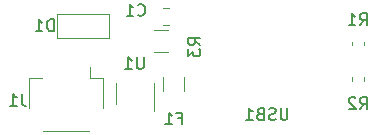
<source format=gbr>
G04 #@! TF.GenerationSoftware,KiCad,Pcbnew,(5.1.4)-1*
G04 #@! TF.CreationDate,2021-08-26T02:32:56-07:00*
G04 #@! TF.ProjectId,dboard,64626f61-7264-42e6-9b69-6361645f7063,rev?*
G04 #@! TF.SameCoordinates,Original*
G04 #@! TF.FileFunction,Legend,Bot*
G04 #@! TF.FilePolarity,Positive*
%FSLAX46Y46*%
G04 Gerber Fmt 4.6, Leading zero omitted, Abs format (unit mm)*
G04 Created by KiCad (PCBNEW (5.1.4)-1) date 2021-08-26 02:32:56*
%MOMM*%
%LPD*%
G04 APERTURE LIST*
%ADD10C,0.120000*%
%ADD11C,0.150000*%
%ADD12R,1.202000X1.202000*%
%ADD13C,0.100000*%
%ADD14C,1.102000*%
%ADD15R,0.702000X1.402000*%
%ADD16R,0.402000X1.402000*%
%ADD17O,1.002000X2.152000*%
%ADD18C,0.702000*%
%ADD19C,1.702000*%
%ADD20R,0.752000X1.162000*%
%ADD21C,1.352000*%
%ADD22C,0.977000*%
%ADD23C,0.902000*%
%ADD24C,6.102000*%
G04 APERTURE END LIST*
D10*
X-13400000Y-1500000D02*
X-17800000Y-1500000D01*
X-13400000Y-3500000D02*
X-17800000Y-3500000D01*
X-13400000Y-1500000D02*
X-13400000Y-3500000D01*
X-17800000Y-1500000D02*
X-17800000Y-3500000D01*
X-8276248Y-965000D02*
X-8798752Y-965000D01*
X-8276248Y-2435000D02*
X-8798752Y-2435000D01*
X-15060000Y-11410000D02*
X-18940000Y-11410000D01*
X-20110000Y-6940000D02*
X-19060000Y-6940000D01*
X-20110000Y-9440000D02*
X-20110000Y-6940000D01*
X-14940000Y-6940000D02*
X-14940000Y-5950000D01*
X-13890000Y-6940000D02*
X-14940000Y-6940000D01*
X-13890000Y-9440000D02*
X-13890000Y-6940000D01*
X-12810000Y-9100000D02*
X-12810000Y-7300000D01*
X-9590000Y-7300000D02*
X-9590000Y-9750000D01*
X-8397936Y-4710000D02*
X-9602064Y-4710000D01*
X-8397936Y-2890000D02*
X-9602064Y-2890000D01*
X8210000Y-6837221D02*
X8210000Y-7162779D01*
X7190000Y-6837221D02*
X7190000Y-7162779D01*
X8210000Y-3837221D02*
X8210000Y-4162779D01*
X7190000Y-3837221D02*
X7190000Y-4162779D01*
X-6990000Y-6797936D02*
X-6990000Y-8002064D01*
X-8810000Y-6797936D02*
X-8810000Y-8002064D01*
D11*
X-18061904Y-2952380D02*
X-18061904Y-1952380D01*
X-18300000Y-1952380D01*
X-18442857Y-2000000D01*
X-18538095Y-2095238D01*
X-18585714Y-2190476D01*
X-18633333Y-2380952D01*
X-18633333Y-2523809D01*
X-18585714Y-2714285D01*
X-18538095Y-2809523D01*
X-18442857Y-2904761D01*
X-18300000Y-2952380D01*
X-18061904Y-2952380D01*
X-19585714Y-2952380D02*
X-19014285Y-2952380D01*
X-19300000Y-2952380D02*
X-19300000Y-1952380D01*
X-19204761Y-2095238D01*
X-19109523Y-2190476D01*
X-19014285Y-2238095D01*
X-10933333Y-1557142D02*
X-10885714Y-1604761D01*
X-10742857Y-1652380D01*
X-10647619Y-1652380D01*
X-10504761Y-1604761D01*
X-10409523Y-1509523D01*
X-10361904Y-1414285D01*
X-10314285Y-1223809D01*
X-10314285Y-1080952D01*
X-10361904Y-890476D01*
X-10409523Y-795238D01*
X-10504761Y-700000D01*
X-10647619Y-652380D01*
X-10742857Y-652380D01*
X-10885714Y-700000D01*
X-10933333Y-747619D01*
X-11885714Y-1652380D02*
X-11314285Y-1652380D01*
X-11600000Y-1652380D02*
X-11600000Y-652380D01*
X-11504761Y-795238D01*
X-11409523Y-890476D01*
X-11314285Y-938095D01*
X1738095Y-9452380D02*
X1738095Y-10261904D01*
X1690476Y-10357142D01*
X1642857Y-10404761D01*
X1547619Y-10452380D01*
X1357142Y-10452380D01*
X1261904Y-10404761D01*
X1214285Y-10357142D01*
X1166666Y-10261904D01*
X1166666Y-9452380D01*
X738095Y-10404761D02*
X595238Y-10452380D01*
X357142Y-10452380D01*
X261904Y-10404761D01*
X214285Y-10357142D01*
X166666Y-10261904D01*
X166666Y-10166666D01*
X214285Y-10071428D01*
X261904Y-10023809D01*
X357142Y-9976190D01*
X547619Y-9928571D01*
X642857Y-9880952D01*
X690476Y-9833333D01*
X738095Y-9738095D01*
X738095Y-9642857D01*
X690476Y-9547619D01*
X642857Y-9500000D01*
X547619Y-9452380D01*
X309523Y-9452380D01*
X166666Y-9500000D01*
X-595238Y-9928571D02*
X-738095Y-9976190D01*
X-785714Y-10023809D01*
X-833333Y-10119047D01*
X-833333Y-10261904D01*
X-785714Y-10357142D01*
X-738095Y-10404761D01*
X-642857Y-10452380D01*
X-261904Y-10452380D01*
X-261904Y-9452380D01*
X-595238Y-9452380D01*
X-690476Y-9500000D01*
X-738095Y-9547619D01*
X-785714Y-9642857D01*
X-785714Y-9738095D01*
X-738095Y-9833333D01*
X-690476Y-9880952D01*
X-595238Y-9928571D01*
X-261904Y-9928571D01*
X-1785714Y-10452380D02*
X-1214285Y-10452380D01*
X-1500000Y-10452380D02*
X-1500000Y-9452380D01*
X-1404761Y-9595238D01*
X-1309523Y-9690476D01*
X-1214285Y-9738095D01*
X-20766666Y-8252380D02*
X-20766666Y-8966666D01*
X-20719047Y-9109523D01*
X-20623809Y-9204761D01*
X-20480952Y-9252380D01*
X-20385714Y-9252380D01*
X-21766666Y-9252380D02*
X-21195238Y-9252380D01*
X-21480952Y-9252380D02*
X-21480952Y-8252380D01*
X-21385714Y-8395238D01*
X-21290476Y-8490476D01*
X-21195238Y-8538095D01*
X-10438095Y-5152380D02*
X-10438095Y-5961904D01*
X-10485714Y-6057142D01*
X-10533333Y-6104761D01*
X-10628571Y-6152380D01*
X-10819047Y-6152380D01*
X-10914285Y-6104761D01*
X-10961904Y-6057142D01*
X-11009523Y-5961904D01*
X-11009523Y-5152380D01*
X-12009523Y-6152380D02*
X-11438095Y-6152380D01*
X-11723809Y-6152380D02*
X-11723809Y-5152380D01*
X-11628571Y-5295238D01*
X-11533333Y-5390476D01*
X-11438095Y-5438095D01*
X-5647619Y-4133333D02*
X-6123809Y-3800000D01*
X-5647619Y-3561904D02*
X-6647619Y-3561904D01*
X-6647619Y-3942857D01*
X-6600000Y-4038095D01*
X-6552380Y-4085714D01*
X-6457142Y-4133333D01*
X-6314285Y-4133333D01*
X-6219047Y-4085714D01*
X-6171428Y-4038095D01*
X-6123809Y-3942857D01*
X-6123809Y-3561904D01*
X-6647619Y-4466666D02*
X-6647619Y-5085714D01*
X-6266666Y-4752380D01*
X-6266666Y-4895238D01*
X-6219047Y-4990476D01*
X-6171428Y-5038095D01*
X-6076190Y-5085714D01*
X-5838095Y-5085714D01*
X-5742857Y-5038095D01*
X-5695238Y-4990476D01*
X-5647619Y-4895238D01*
X-5647619Y-4609523D01*
X-5695238Y-4514285D01*
X-5742857Y-4466666D01*
X7866666Y-9552380D02*
X8200000Y-9076190D01*
X8438095Y-9552380D02*
X8438095Y-8552380D01*
X8057142Y-8552380D01*
X7961904Y-8600000D01*
X7914285Y-8647619D01*
X7866666Y-8742857D01*
X7866666Y-8885714D01*
X7914285Y-8980952D01*
X7961904Y-9028571D01*
X8057142Y-9076190D01*
X8438095Y-9076190D01*
X7485714Y-8647619D02*
X7438095Y-8600000D01*
X7342857Y-8552380D01*
X7104761Y-8552380D01*
X7009523Y-8600000D01*
X6961904Y-8647619D01*
X6914285Y-8742857D01*
X6914285Y-8838095D01*
X6961904Y-8980952D01*
X7533333Y-9552380D01*
X6914285Y-9552380D01*
X7866666Y-2452380D02*
X8200000Y-1976190D01*
X8438095Y-2452380D02*
X8438095Y-1452380D01*
X8057142Y-1452380D01*
X7961904Y-1500000D01*
X7914285Y-1547619D01*
X7866666Y-1642857D01*
X7866666Y-1785714D01*
X7914285Y-1880952D01*
X7961904Y-1928571D01*
X8057142Y-1976190D01*
X8438095Y-1976190D01*
X6914285Y-2452380D02*
X7485714Y-2452380D01*
X7200000Y-2452380D02*
X7200000Y-1452380D01*
X7295238Y-1595238D01*
X7390476Y-1690476D01*
X7485714Y-1738095D01*
X-7566666Y-10328571D02*
X-7233333Y-10328571D01*
X-7233333Y-10852380D02*
X-7233333Y-9852380D01*
X-7709523Y-9852380D01*
X-8614285Y-10852380D02*
X-8042857Y-10852380D01*
X-8328571Y-10852380D02*
X-8328571Y-9852380D01*
X-8233333Y-9995238D01*
X-8138095Y-10090476D01*
X-8042857Y-10138095D01*
%LPC*%
D12*
X-17000000Y-2500000D03*
X-14200000Y-2500000D03*
D13*
G36*
X-7284996Y-925327D02*
G01*
X-7258253Y-929294D01*
X-7232027Y-935863D01*
X-7206571Y-944971D01*
X-7182130Y-956531D01*
X-7158940Y-970430D01*
X-7137225Y-986536D01*
X-7117192Y-1004692D01*
X-7099036Y-1024725D01*
X-7082930Y-1046440D01*
X-7069031Y-1069630D01*
X-7057471Y-1094071D01*
X-7048363Y-1119527D01*
X-7041794Y-1145753D01*
X-7037827Y-1172496D01*
X-7036500Y-1199500D01*
X-7036500Y-2200500D01*
X-7037827Y-2227504D01*
X-7041794Y-2254247D01*
X-7048363Y-2280473D01*
X-7057471Y-2305929D01*
X-7069031Y-2330370D01*
X-7082930Y-2353560D01*
X-7099036Y-2375275D01*
X-7117192Y-2395308D01*
X-7137225Y-2413464D01*
X-7158940Y-2429570D01*
X-7182130Y-2443469D01*
X-7206571Y-2455029D01*
X-7232027Y-2464137D01*
X-7258253Y-2470706D01*
X-7284996Y-2474673D01*
X-7312000Y-2476000D01*
X-7863000Y-2476000D01*
X-7890004Y-2474673D01*
X-7916747Y-2470706D01*
X-7942973Y-2464137D01*
X-7968429Y-2455029D01*
X-7992870Y-2443469D01*
X-8016060Y-2429570D01*
X-8037775Y-2413464D01*
X-8057808Y-2395308D01*
X-8075964Y-2375275D01*
X-8092070Y-2353560D01*
X-8105969Y-2330370D01*
X-8117529Y-2305929D01*
X-8126637Y-2280473D01*
X-8133206Y-2254247D01*
X-8137173Y-2227504D01*
X-8138500Y-2200500D01*
X-8138500Y-1199500D01*
X-8137173Y-1172496D01*
X-8133206Y-1145753D01*
X-8126637Y-1119527D01*
X-8117529Y-1094071D01*
X-8105969Y-1069630D01*
X-8092070Y-1046440D01*
X-8075964Y-1024725D01*
X-8057808Y-1004692D01*
X-8037775Y-986536D01*
X-8016060Y-970430D01*
X-7992870Y-956531D01*
X-7968429Y-944971D01*
X-7942973Y-935863D01*
X-7916747Y-929294D01*
X-7890004Y-925327D01*
X-7863000Y-924000D01*
X-7312000Y-924000D01*
X-7284996Y-925327D01*
X-7284996Y-925327D01*
G37*
D14*
X-7587500Y-1700000D03*
D13*
G36*
X-9184996Y-925327D02*
G01*
X-9158253Y-929294D01*
X-9132027Y-935863D01*
X-9106571Y-944971D01*
X-9082130Y-956531D01*
X-9058940Y-970430D01*
X-9037225Y-986536D01*
X-9017192Y-1004692D01*
X-8999036Y-1024725D01*
X-8982930Y-1046440D01*
X-8969031Y-1069630D01*
X-8957471Y-1094071D01*
X-8948363Y-1119527D01*
X-8941794Y-1145753D01*
X-8937827Y-1172496D01*
X-8936500Y-1199500D01*
X-8936500Y-2200500D01*
X-8937827Y-2227504D01*
X-8941794Y-2254247D01*
X-8948363Y-2280473D01*
X-8957471Y-2305929D01*
X-8969031Y-2330370D01*
X-8982930Y-2353560D01*
X-8999036Y-2375275D01*
X-9017192Y-2395308D01*
X-9037225Y-2413464D01*
X-9058940Y-2429570D01*
X-9082130Y-2443469D01*
X-9106571Y-2455029D01*
X-9132027Y-2464137D01*
X-9158253Y-2470706D01*
X-9184996Y-2474673D01*
X-9212000Y-2476000D01*
X-9763000Y-2476000D01*
X-9790004Y-2474673D01*
X-9816747Y-2470706D01*
X-9842973Y-2464137D01*
X-9868429Y-2455029D01*
X-9892870Y-2443469D01*
X-9916060Y-2429570D01*
X-9937775Y-2413464D01*
X-9957808Y-2395308D01*
X-9975964Y-2375275D01*
X-9992070Y-2353560D01*
X-10005969Y-2330370D01*
X-10017529Y-2305929D01*
X-10026637Y-2280473D01*
X-10033206Y-2254247D01*
X-10037173Y-2227504D01*
X-10038500Y-2200500D01*
X-10038500Y-1199500D01*
X-10037173Y-1172496D01*
X-10033206Y-1145753D01*
X-10026637Y-1119527D01*
X-10017529Y-1094071D01*
X-10005969Y-1069630D01*
X-9992070Y-1046440D01*
X-9975964Y-1024725D01*
X-9957808Y-1004692D01*
X-9937775Y-986536D01*
X-9916060Y-970430D01*
X-9892870Y-956531D01*
X-9868429Y-944971D01*
X-9842973Y-935863D01*
X-9816747Y-929294D01*
X-9790004Y-925327D01*
X-9763000Y-924000D01*
X-9212000Y-924000D01*
X-9184996Y-925327D01*
X-9184996Y-925327D01*
G37*
D14*
X-9487500Y-1700000D03*
D15*
X3200000Y-8200000D03*
X-3200000Y-8200000D03*
X2400000Y-8200000D03*
X-2400000Y-8200000D03*
D16*
X-1750000Y-8200000D03*
X1750000Y-8200000D03*
X-1250000Y-8200000D03*
X1250000Y-8200000D03*
X-750000Y-8200000D03*
X750000Y-8200000D03*
X250000Y-8200000D03*
X-250000Y-8200000D03*
D17*
X-5575000Y-6830000D03*
X5575000Y-6830000D03*
X-5575000Y-2230000D03*
X5575000Y-2230000D03*
D18*
X-3750000Y-6910000D03*
X3750000Y-6910000D03*
D13*
G36*
X-19456035Y-9650639D02*
G01*
X-19422991Y-9655541D01*
X-19390587Y-9663658D01*
X-19359135Y-9674911D01*
X-19328937Y-9689194D01*
X-19300284Y-9706368D01*
X-19273453Y-9726267D01*
X-19248701Y-9748701D01*
X-19226267Y-9773453D01*
X-19206368Y-9800284D01*
X-19189194Y-9828937D01*
X-19174911Y-9859135D01*
X-19163658Y-9890587D01*
X-19155541Y-9922991D01*
X-19150639Y-9956035D01*
X-19149000Y-9989400D01*
X-19149000Y-11010600D01*
X-19150639Y-11043965D01*
X-19155541Y-11077009D01*
X-19163658Y-11109413D01*
X-19174911Y-11140865D01*
X-19189194Y-11171063D01*
X-19206368Y-11199716D01*
X-19226267Y-11226547D01*
X-19248701Y-11251299D01*
X-19273453Y-11273733D01*
X-19300284Y-11293632D01*
X-19328937Y-11310806D01*
X-19359135Y-11325089D01*
X-19390587Y-11336342D01*
X-19422991Y-11344459D01*
X-19456035Y-11349361D01*
X-19489400Y-11351000D01*
X-20510600Y-11351000D01*
X-20543965Y-11349361D01*
X-20577009Y-11344459D01*
X-20609413Y-11336342D01*
X-20640865Y-11325089D01*
X-20671063Y-11310806D01*
X-20699716Y-11293632D01*
X-20726547Y-11273733D01*
X-20751299Y-11251299D01*
X-20773733Y-11226547D01*
X-20793632Y-11199716D01*
X-20810806Y-11171063D01*
X-20825089Y-11140865D01*
X-20836342Y-11109413D01*
X-20844459Y-11077009D01*
X-20849361Y-11043965D01*
X-20851000Y-11010600D01*
X-20851000Y-9989400D01*
X-20849361Y-9956035D01*
X-20844459Y-9922991D01*
X-20836342Y-9890587D01*
X-20825089Y-9859135D01*
X-20810806Y-9828937D01*
X-20793632Y-9800284D01*
X-20773733Y-9773453D01*
X-20751299Y-9748701D01*
X-20726547Y-9726267D01*
X-20699716Y-9706368D01*
X-20671063Y-9689194D01*
X-20640865Y-9674911D01*
X-20609413Y-9663658D01*
X-20577009Y-9655541D01*
X-20543965Y-9650639D01*
X-20510600Y-9649000D01*
X-19489400Y-9649000D01*
X-19456035Y-9650639D01*
X-19456035Y-9650639D01*
G37*
D19*
X-20000000Y-10500000D03*
D13*
G36*
X-13456035Y-9650639D02*
G01*
X-13422991Y-9655541D01*
X-13390587Y-9663658D01*
X-13359135Y-9674911D01*
X-13328937Y-9689194D01*
X-13300284Y-9706368D01*
X-13273453Y-9726267D01*
X-13248701Y-9748701D01*
X-13226267Y-9773453D01*
X-13206368Y-9800284D01*
X-13189194Y-9828937D01*
X-13174911Y-9859135D01*
X-13163658Y-9890587D01*
X-13155541Y-9922991D01*
X-13150639Y-9956035D01*
X-13149000Y-9989400D01*
X-13149000Y-11010600D01*
X-13150639Y-11043965D01*
X-13155541Y-11077009D01*
X-13163658Y-11109413D01*
X-13174911Y-11140865D01*
X-13189194Y-11171063D01*
X-13206368Y-11199716D01*
X-13226267Y-11226547D01*
X-13248701Y-11251299D01*
X-13273453Y-11273733D01*
X-13300284Y-11293632D01*
X-13328937Y-11310806D01*
X-13359135Y-11325089D01*
X-13390587Y-11336342D01*
X-13422991Y-11344459D01*
X-13456035Y-11349361D01*
X-13489400Y-11351000D01*
X-14510600Y-11351000D01*
X-14543965Y-11349361D01*
X-14577009Y-11344459D01*
X-14609413Y-11336342D01*
X-14640865Y-11325089D01*
X-14671063Y-11310806D01*
X-14699716Y-11293632D01*
X-14726547Y-11273733D01*
X-14751299Y-11251299D01*
X-14773733Y-11226547D01*
X-14793632Y-11199716D01*
X-14810806Y-11171063D01*
X-14825089Y-11140865D01*
X-14836342Y-11109413D01*
X-14844459Y-11077009D01*
X-14849361Y-11043965D01*
X-14851000Y-11010600D01*
X-14851000Y-9989400D01*
X-14849361Y-9956035D01*
X-14844459Y-9922991D01*
X-14836342Y-9890587D01*
X-14825089Y-9859135D01*
X-14810806Y-9828937D01*
X-14793632Y-9800284D01*
X-14773733Y-9773453D01*
X-14751299Y-9748701D01*
X-14726547Y-9726267D01*
X-14699716Y-9706368D01*
X-14671063Y-9689194D01*
X-14640865Y-9674911D01*
X-14609413Y-9663658D01*
X-14577009Y-9655541D01*
X-14543965Y-9650639D01*
X-14510600Y-9649000D01*
X-13489400Y-9649000D01*
X-13456035Y-9650639D01*
X-13456035Y-9650639D01*
G37*
D19*
X-14000000Y-10500000D03*
D13*
G36*
X-18307298Y-5449845D02*
G01*
X-18290262Y-5452372D01*
X-18273555Y-5456557D01*
X-18257339Y-5462359D01*
X-18241770Y-5469723D01*
X-18226997Y-5478577D01*
X-18213164Y-5488837D01*
X-18200403Y-5500403D01*
X-18188837Y-5513164D01*
X-18178577Y-5526997D01*
X-18169723Y-5541770D01*
X-18162359Y-5557339D01*
X-18156557Y-5573555D01*
X-18152372Y-5590262D01*
X-18149845Y-5607298D01*
X-18149000Y-5624500D01*
X-18149000Y-7375500D01*
X-18149845Y-7392702D01*
X-18152372Y-7409738D01*
X-18156557Y-7426445D01*
X-18162359Y-7442661D01*
X-18169723Y-7458230D01*
X-18178577Y-7473003D01*
X-18188837Y-7486836D01*
X-18200403Y-7499597D01*
X-18213164Y-7511163D01*
X-18226997Y-7521423D01*
X-18241770Y-7530277D01*
X-18257339Y-7537641D01*
X-18273555Y-7543443D01*
X-18290262Y-7547628D01*
X-18307298Y-7550155D01*
X-18324500Y-7551000D01*
X-18675500Y-7551000D01*
X-18692702Y-7550155D01*
X-18709738Y-7547628D01*
X-18726445Y-7543443D01*
X-18742661Y-7537641D01*
X-18758230Y-7530277D01*
X-18773003Y-7521423D01*
X-18786836Y-7511163D01*
X-18799597Y-7499597D01*
X-18811163Y-7486836D01*
X-18821423Y-7473003D01*
X-18830277Y-7458230D01*
X-18837641Y-7442661D01*
X-18843443Y-7426445D01*
X-18847628Y-7409738D01*
X-18850155Y-7392702D01*
X-18851000Y-7375500D01*
X-18851000Y-5624500D01*
X-18850155Y-5607298D01*
X-18847628Y-5590262D01*
X-18843443Y-5573555D01*
X-18837641Y-5557339D01*
X-18830277Y-5541770D01*
X-18821423Y-5526997D01*
X-18811163Y-5513164D01*
X-18799597Y-5500403D01*
X-18786836Y-5488837D01*
X-18773003Y-5478577D01*
X-18758230Y-5469723D01*
X-18742661Y-5462359D01*
X-18726445Y-5456557D01*
X-18709738Y-5452372D01*
X-18692702Y-5449845D01*
X-18675500Y-5449000D01*
X-18324500Y-5449000D01*
X-18307298Y-5449845D01*
X-18307298Y-5449845D01*
G37*
D18*
X-18500000Y-6500000D03*
D13*
G36*
X-17307298Y-5449845D02*
G01*
X-17290262Y-5452372D01*
X-17273555Y-5456557D01*
X-17257339Y-5462359D01*
X-17241770Y-5469723D01*
X-17226997Y-5478577D01*
X-17213164Y-5488837D01*
X-17200403Y-5500403D01*
X-17188837Y-5513164D01*
X-17178577Y-5526997D01*
X-17169723Y-5541770D01*
X-17162359Y-5557339D01*
X-17156557Y-5573555D01*
X-17152372Y-5590262D01*
X-17149845Y-5607298D01*
X-17149000Y-5624500D01*
X-17149000Y-7375500D01*
X-17149845Y-7392702D01*
X-17152372Y-7409738D01*
X-17156557Y-7426445D01*
X-17162359Y-7442661D01*
X-17169723Y-7458230D01*
X-17178577Y-7473003D01*
X-17188837Y-7486836D01*
X-17200403Y-7499597D01*
X-17213164Y-7511163D01*
X-17226997Y-7521423D01*
X-17241770Y-7530277D01*
X-17257339Y-7537641D01*
X-17273555Y-7543443D01*
X-17290262Y-7547628D01*
X-17307298Y-7550155D01*
X-17324500Y-7551000D01*
X-17675500Y-7551000D01*
X-17692702Y-7550155D01*
X-17709738Y-7547628D01*
X-17726445Y-7543443D01*
X-17742661Y-7537641D01*
X-17758230Y-7530277D01*
X-17773003Y-7521423D01*
X-17786836Y-7511163D01*
X-17799597Y-7499597D01*
X-17811163Y-7486836D01*
X-17821423Y-7473003D01*
X-17830277Y-7458230D01*
X-17837641Y-7442661D01*
X-17843443Y-7426445D01*
X-17847628Y-7409738D01*
X-17850155Y-7392702D01*
X-17851000Y-7375500D01*
X-17851000Y-5624500D01*
X-17850155Y-5607298D01*
X-17847628Y-5590262D01*
X-17843443Y-5573555D01*
X-17837641Y-5557339D01*
X-17830277Y-5541770D01*
X-17821423Y-5526997D01*
X-17811163Y-5513164D01*
X-17799597Y-5500403D01*
X-17786836Y-5488837D01*
X-17773003Y-5478577D01*
X-17758230Y-5469723D01*
X-17742661Y-5462359D01*
X-17726445Y-5456557D01*
X-17709738Y-5452372D01*
X-17692702Y-5449845D01*
X-17675500Y-5449000D01*
X-17324500Y-5449000D01*
X-17307298Y-5449845D01*
X-17307298Y-5449845D01*
G37*
D18*
X-17500000Y-6500000D03*
D13*
G36*
X-16307298Y-5449845D02*
G01*
X-16290262Y-5452372D01*
X-16273555Y-5456557D01*
X-16257339Y-5462359D01*
X-16241770Y-5469723D01*
X-16226997Y-5478577D01*
X-16213164Y-5488837D01*
X-16200403Y-5500403D01*
X-16188837Y-5513164D01*
X-16178577Y-5526997D01*
X-16169723Y-5541770D01*
X-16162359Y-5557339D01*
X-16156557Y-5573555D01*
X-16152372Y-5590262D01*
X-16149845Y-5607298D01*
X-16149000Y-5624500D01*
X-16149000Y-7375500D01*
X-16149845Y-7392702D01*
X-16152372Y-7409738D01*
X-16156557Y-7426445D01*
X-16162359Y-7442661D01*
X-16169723Y-7458230D01*
X-16178577Y-7473003D01*
X-16188837Y-7486836D01*
X-16200403Y-7499597D01*
X-16213164Y-7511163D01*
X-16226997Y-7521423D01*
X-16241770Y-7530277D01*
X-16257339Y-7537641D01*
X-16273555Y-7543443D01*
X-16290262Y-7547628D01*
X-16307298Y-7550155D01*
X-16324500Y-7551000D01*
X-16675500Y-7551000D01*
X-16692702Y-7550155D01*
X-16709738Y-7547628D01*
X-16726445Y-7543443D01*
X-16742661Y-7537641D01*
X-16758230Y-7530277D01*
X-16773003Y-7521423D01*
X-16786836Y-7511163D01*
X-16799597Y-7499597D01*
X-16811163Y-7486836D01*
X-16821423Y-7473003D01*
X-16830277Y-7458230D01*
X-16837641Y-7442661D01*
X-16843443Y-7426445D01*
X-16847628Y-7409738D01*
X-16850155Y-7392702D01*
X-16851000Y-7375500D01*
X-16851000Y-5624500D01*
X-16850155Y-5607298D01*
X-16847628Y-5590262D01*
X-16843443Y-5573555D01*
X-16837641Y-5557339D01*
X-16830277Y-5541770D01*
X-16821423Y-5526997D01*
X-16811163Y-5513164D01*
X-16799597Y-5500403D01*
X-16786836Y-5488837D01*
X-16773003Y-5478577D01*
X-16758230Y-5469723D01*
X-16742661Y-5462359D01*
X-16726445Y-5456557D01*
X-16709738Y-5452372D01*
X-16692702Y-5449845D01*
X-16675500Y-5449000D01*
X-16324500Y-5449000D01*
X-16307298Y-5449845D01*
X-16307298Y-5449845D01*
G37*
D18*
X-16500000Y-6500000D03*
D13*
G36*
X-15307298Y-5449845D02*
G01*
X-15290262Y-5452372D01*
X-15273555Y-5456557D01*
X-15257339Y-5462359D01*
X-15241770Y-5469723D01*
X-15226997Y-5478577D01*
X-15213164Y-5488837D01*
X-15200403Y-5500403D01*
X-15188837Y-5513164D01*
X-15178577Y-5526997D01*
X-15169723Y-5541770D01*
X-15162359Y-5557339D01*
X-15156557Y-5573555D01*
X-15152372Y-5590262D01*
X-15149845Y-5607298D01*
X-15149000Y-5624500D01*
X-15149000Y-7375500D01*
X-15149845Y-7392702D01*
X-15152372Y-7409738D01*
X-15156557Y-7426445D01*
X-15162359Y-7442661D01*
X-15169723Y-7458230D01*
X-15178577Y-7473003D01*
X-15188837Y-7486836D01*
X-15200403Y-7499597D01*
X-15213164Y-7511163D01*
X-15226997Y-7521423D01*
X-15241770Y-7530277D01*
X-15257339Y-7537641D01*
X-15273555Y-7543443D01*
X-15290262Y-7547628D01*
X-15307298Y-7550155D01*
X-15324500Y-7551000D01*
X-15675500Y-7551000D01*
X-15692702Y-7550155D01*
X-15709738Y-7547628D01*
X-15726445Y-7543443D01*
X-15742661Y-7537641D01*
X-15758230Y-7530277D01*
X-15773003Y-7521423D01*
X-15786836Y-7511163D01*
X-15799597Y-7499597D01*
X-15811163Y-7486836D01*
X-15821423Y-7473003D01*
X-15830277Y-7458230D01*
X-15837641Y-7442661D01*
X-15843443Y-7426445D01*
X-15847628Y-7409738D01*
X-15850155Y-7392702D01*
X-15851000Y-7375500D01*
X-15851000Y-5624500D01*
X-15850155Y-5607298D01*
X-15847628Y-5590262D01*
X-15843443Y-5573555D01*
X-15837641Y-5557339D01*
X-15830277Y-5541770D01*
X-15821423Y-5526997D01*
X-15811163Y-5513164D01*
X-15799597Y-5500403D01*
X-15786836Y-5488837D01*
X-15773003Y-5478577D01*
X-15758230Y-5469723D01*
X-15742661Y-5462359D01*
X-15726445Y-5456557D01*
X-15709738Y-5452372D01*
X-15692702Y-5449845D01*
X-15675500Y-5449000D01*
X-15324500Y-5449000D01*
X-15307298Y-5449845D01*
X-15307298Y-5449845D01*
G37*
D18*
X-15500000Y-6500000D03*
D20*
X-10250000Y-9300000D03*
X-11200000Y-9300000D03*
X-12150000Y-9300000D03*
X-12150000Y-7100000D03*
X-10250000Y-7100000D03*
X-11200000Y-7100000D03*
D13*
G36*
X-9967896Y-2875302D02*
G01*
X-9941648Y-2879196D01*
X-9915907Y-2885643D01*
X-9890922Y-2894583D01*
X-9866934Y-2905928D01*
X-9844174Y-2919571D01*
X-9822860Y-2935378D01*
X-9803198Y-2953198D01*
X-9785378Y-2972860D01*
X-9769571Y-2994174D01*
X-9755928Y-3016934D01*
X-9744583Y-3040922D01*
X-9735643Y-3065907D01*
X-9729196Y-3091648D01*
X-9725302Y-3117896D01*
X-9724000Y-3144400D01*
X-9724000Y-4455600D01*
X-9725302Y-4482104D01*
X-9729196Y-4508352D01*
X-9735643Y-4534093D01*
X-9744583Y-4559078D01*
X-9755928Y-4583066D01*
X-9769571Y-4605826D01*
X-9785378Y-4627140D01*
X-9803198Y-4646802D01*
X-9822860Y-4664622D01*
X-9844174Y-4680429D01*
X-9866934Y-4694072D01*
X-9890922Y-4705417D01*
X-9915907Y-4714357D01*
X-9941648Y-4720804D01*
X-9967896Y-4724698D01*
X-9994400Y-4726000D01*
X-10805600Y-4726000D01*
X-10832104Y-4724698D01*
X-10858352Y-4720804D01*
X-10884093Y-4714357D01*
X-10909078Y-4705417D01*
X-10933066Y-4694072D01*
X-10955826Y-4680429D01*
X-10977140Y-4664622D01*
X-10996802Y-4646802D01*
X-11014622Y-4627140D01*
X-11030429Y-4605826D01*
X-11044072Y-4583066D01*
X-11055417Y-4559078D01*
X-11064357Y-4534093D01*
X-11070804Y-4508352D01*
X-11074698Y-4482104D01*
X-11076000Y-4455600D01*
X-11076000Y-3144400D01*
X-11074698Y-3117896D01*
X-11070804Y-3091648D01*
X-11064357Y-3065907D01*
X-11055417Y-3040922D01*
X-11044072Y-3016934D01*
X-11030429Y-2994174D01*
X-11014622Y-2972860D01*
X-10996802Y-2953198D01*
X-10977140Y-2935378D01*
X-10955826Y-2919571D01*
X-10933066Y-2905928D01*
X-10909078Y-2894583D01*
X-10884093Y-2885643D01*
X-10858352Y-2879196D01*
X-10832104Y-2875302D01*
X-10805600Y-2874000D01*
X-9994400Y-2874000D01*
X-9967896Y-2875302D01*
X-9967896Y-2875302D01*
G37*
D21*
X-10400000Y-3800000D03*
D13*
G36*
X-7167896Y-2875302D02*
G01*
X-7141648Y-2879196D01*
X-7115907Y-2885643D01*
X-7090922Y-2894583D01*
X-7066934Y-2905928D01*
X-7044174Y-2919571D01*
X-7022860Y-2935378D01*
X-7003198Y-2953198D01*
X-6985378Y-2972860D01*
X-6969571Y-2994174D01*
X-6955928Y-3016934D01*
X-6944583Y-3040922D01*
X-6935643Y-3065907D01*
X-6929196Y-3091648D01*
X-6925302Y-3117896D01*
X-6924000Y-3144400D01*
X-6924000Y-4455600D01*
X-6925302Y-4482104D01*
X-6929196Y-4508352D01*
X-6935643Y-4534093D01*
X-6944583Y-4559078D01*
X-6955928Y-4583066D01*
X-6969571Y-4605826D01*
X-6985378Y-4627140D01*
X-7003198Y-4646802D01*
X-7022860Y-4664622D01*
X-7044174Y-4680429D01*
X-7066934Y-4694072D01*
X-7090922Y-4705417D01*
X-7115907Y-4714357D01*
X-7141648Y-4720804D01*
X-7167896Y-4724698D01*
X-7194400Y-4726000D01*
X-8005600Y-4726000D01*
X-8032104Y-4724698D01*
X-8058352Y-4720804D01*
X-8084093Y-4714357D01*
X-8109078Y-4705417D01*
X-8133066Y-4694072D01*
X-8155826Y-4680429D01*
X-8177140Y-4664622D01*
X-8196802Y-4646802D01*
X-8214622Y-4627140D01*
X-8230429Y-4605826D01*
X-8244072Y-4583066D01*
X-8255417Y-4559078D01*
X-8264357Y-4534093D01*
X-8270804Y-4508352D01*
X-8274698Y-4482104D01*
X-8276000Y-4455600D01*
X-8276000Y-3144400D01*
X-8274698Y-3117896D01*
X-8270804Y-3091648D01*
X-8264357Y-3065907D01*
X-8255417Y-3040922D01*
X-8244072Y-3016934D01*
X-8230429Y-2994174D01*
X-8214622Y-2972860D01*
X-8196802Y-2953198D01*
X-8177140Y-2935378D01*
X-8155826Y-2919571D01*
X-8133066Y-2905928D01*
X-8109078Y-2894583D01*
X-8084093Y-2885643D01*
X-8058352Y-2879196D01*
X-8032104Y-2875302D01*
X-8005600Y-2874000D01*
X-7194400Y-2874000D01*
X-7167896Y-2875302D01*
X-7167896Y-2875302D01*
G37*
D21*
X-7600000Y-3800000D03*
D13*
G36*
X8005691Y-7300176D02*
G01*
X8029401Y-7303693D01*
X8052652Y-7309517D01*
X8075220Y-7317592D01*
X8096889Y-7327841D01*
X8117448Y-7340164D01*
X8136701Y-7354442D01*
X8154461Y-7370539D01*
X8170558Y-7388299D01*
X8184836Y-7407552D01*
X8197159Y-7428111D01*
X8207408Y-7449780D01*
X8215483Y-7472348D01*
X8221307Y-7495599D01*
X8224824Y-7519309D01*
X8226000Y-7543250D01*
X8226000Y-8031750D01*
X8224824Y-8055691D01*
X8221307Y-8079401D01*
X8215483Y-8102652D01*
X8207408Y-8125220D01*
X8197159Y-8146889D01*
X8184836Y-8167448D01*
X8170558Y-8186701D01*
X8154461Y-8204461D01*
X8136701Y-8220558D01*
X8117448Y-8234836D01*
X8096889Y-8247159D01*
X8075220Y-8257408D01*
X8052652Y-8265483D01*
X8029401Y-8271307D01*
X8005691Y-8274824D01*
X7981750Y-8276000D01*
X7418250Y-8276000D01*
X7394309Y-8274824D01*
X7370599Y-8271307D01*
X7347348Y-8265483D01*
X7324780Y-8257408D01*
X7303111Y-8247159D01*
X7282552Y-8234836D01*
X7263299Y-8220558D01*
X7245539Y-8204461D01*
X7229442Y-8186701D01*
X7215164Y-8167448D01*
X7202841Y-8146889D01*
X7192592Y-8125220D01*
X7184517Y-8102652D01*
X7178693Y-8079401D01*
X7175176Y-8055691D01*
X7174000Y-8031750D01*
X7174000Y-7543250D01*
X7175176Y-7519309D01*
X7178693Y-7495599D01*
X7184517Y-7472348D01*
X7192592Y-7449780D01*
X7202841Y-7428111D01*
X7215164Y-7407552D01*
X7229442Y-7388299D01*
X7245539Y-7370539D01*
X7263299Y-7354442D01*
X7282552Y-7340164D01*
X7303111Y-7327841D01*
X7324780Y-7317592D01*
X7347348Y-7309517D01*
X7370599Y-7303693D01*
X7394309Y-7300176D01*
X7418250Y-7299000D01*
X7981750Y-7299000D01*
X8005691Y-7300176D01*
X8005691Y-7300176D01*
G37*
D22*
X7700000Y-7787500D03*
D13*
G36*
X8005691Y-5725176D02*
G01*
X8029401Y-5728693D01*
X8052652Y-5734517D01*
X8075220Y-5742592D01*
X8096889Y-5752841D01*
X8117448Y-5765164D01*
X8136701Y-5779442D01*
X8154461Y-5795539D01*
X8170558Y-5813299D01*
X8184836Y-5832552D01*
X8197159Y-5853111D01*
X8207408Y-5874780D01*
X8215483Y-5897348D01*
X8221307Y-5920599D01*
X8224824Y-5944309D01*
X8226000Y-5968250D01*
X8226000Y-6456750D01*
X8224824Y-6480691D01*
X8221307Y-6504401D01*
X8215483Y-6527652D01*
X8207408Y-6550220D01*
X8197159Y-6571889D01*
X8184836Y-6592448D01*
X8170558Y-6611701D01*
X8154461Y-6629461D01*
X8136701Y-6645558D01*
X8117448Y-6659836D01*
X8096889Y-6672159D01*
X8075220Y-6682408D01*
X8052652Y-6690483D01*
X8029401Y-6696307D01*
X8005691Y-6699824D01*
X7981750Y-6701000D01*
X7418250Y-6701000D01*
X7394309Y-6699824D01*
X7370599Y-6696307D01*
X7347348Y-6690483D01*
X7324780Y-6682408D01*
X7303111Y-6672159D01*
X7282552Y-6659836D01*
X7263299Y-6645558D01*
X7245539Y-6629461D01*
X7229442Y-6611701D01*
X7215164Y-6592448D01*
X7202841Y-6571889D01*
X7192592Y-6550220D01*
X7184517Y-6527652D01*
X7178693Y-6504401D01*
X7175176Y-6480691D01*
X7174000Y-6456750D01*
X7174000Y-5968250D01*
X7175176Y-5944309D01*
X7178693Y-5920599D01*
X7184517Y-5897348D01*
X7192592Y-5874780D01*
X7202841Y-5853111D01*
X7215164Y-5832552D01*
X7229442Y-5813299D01*
X7245539Y-5795539D01*
X7263299Y-5779442D01*
X7282552Y-5765164D01*
X7303111Y-5752841D01*
X7324780Y-5742592D01*
X7347348Y-5734517D01*
X7370599Y-5728693D01*
X7394309Y-5725176D01*
X7418250Y-5724000D01*
X7981750Y-5724000D01*
X8005691Y-5725176D01*
X8005691Y-5725176D01*
G37*
D22*
X7700000Y-6212500D03*
D13*
G36*
X8005691Y-4300176D02*
G01*
X8029401Y-4303693D01*
X8052652Y-4309517D01*
X8075220Y-4317592D01*
X8096889Y-4327841D01*
X8117448Y-4340164D01*
X8136701Y-4354442D01*
X8154461Y-4370539D01*
X8170558Y-4388299D01*
X8184836Y-4407552D01*
X8197159Y-4428111D01*
X8207408Y-4449780D01*
X8215483Y-4472348D01*
X8221307Y-4495599D01*
X8224824Y-4519309D01*
X8226000Y-4543250D01*
X8226000Y-5031750D01*
X8224824Y-5055691D01*
X8221307Y-5079401D01*
X8215483Y-5102652D01*
X8207408Y-5125220D01*
X8197159Y-5146889D01*
X8184836Y-5167448D01*
X8170558Y-5186701D01*
X8154461Y-5204461D01*
X8136701Y-5220558D01*
X8117448Y-5234836D01*
X8096889Y-5247159D01*
X8075220Y-5257408D01*
X8052652Y-5265483D01*
X8029401Y-5271307D01*
X8005691Y-5274824D01*
X7981750Y-5276000D01*
X7418250Y-5276000D01*
X7394309Y-5274824D01*
X7370599Y-5271307D01*
X7347348Y-5265483D01*
X7324780Y-5257408D01*
X7303111Y-5247159D01*
X7282552Y-5234836D01*
X7263299Y-5220558D01*
X7245539Y-5204461D01*
X7229442Y-5186701D01*
X7215164Y-5167448D01*
X7202841Y-5146889D01*
X7192592Y-5125220D01*
X7184517Y-5102652D01*
X7178693Y-5079401D01*
X7175176Y-5055691D01*
X7174000Y-5031750D01*
X7174000Y-4543250D01*
X7175176Y-4519309D01*
X7178693Y-4495599D01*
X7184517Y-4472348D01*
X7192592Y-4449780D01*
X7202841Y-4428111D01*
X7215164Y-4407552D01*
X7229442Y-4388299D01*
X7245539Y-4370539D01*
X7263299Y-4354442D01*
X7282552Y-4340164D01*
X7303111Y-4327841D01*
X7324780Y-4317592D01*
X7347348Y-4309517D01*
X7370599Y-4303693D01*
X7394309Y-4300176D01*
X7418250Y-4299000D01*
X7981750Y-4299000D01*
X8005691Y-4300176D01*
X8005691Y-4300176D01*
G37*
D22*
X7700000Y-4787500D03*
D13*
G36*
X8005691Y-2725176D02*
G01*
X8029401Y-2728693D01*
X8052652Y-2734517D01*
X8075220Y-2742592D01*
X8096889Y-2752841D01*
X8117448Y-2765164D01*
X8136701Y-2779442D01*
X8154461Y-2795539D01*
X8170558Y-2813299D01*
X8184836Y-2832552D01*
X8197159Y-2853111D01*
X8207408Y-2874780D01*
X8215483Y-2897348D01*
X8221307Y-2920599D01*
X8224824Y-2944309D01*
X8226000Y-2968250D01*
X8226000Y-3456750D01*
X8224824Y-3480691D01*
X8221307Y-3504401D01*
X8215483Y-3527652D01*
X8207408Y-3550220D01*
X8197159Y-3571889D01*
X8184836Y-3592448D01*
X8170558Y-3611701D01*
X8154461Y-3629461D01*
X8136701Y-3645558D01*
X8117448Y-3659836D01*
X8096889Y-3672159D01*
X8075220Y-3682408D01*
X8052652Y-3690483D01*
X8029401Y-3696307D01*
X8005691Y-3699824D01*
X7981750Y-3701000D01*
X7418250Y-3701000D01*
X7394309Y-3699824D01*
X7370599Y-3696307D01*
X7347348Y-3690483D01*
X7324780Y-3682408D01*
X7303111Y-3672159D01*
X7282552Y-3659836D01*
X7263299Y-3645558D01*
X7245539Y-3629461D01*
X7229442Y-3611701D01*
X7215164Y-3592448D01*
X7202841Y-3571889D01*
X7192592Y-3550220D01*
X7184517Y-3527652D01*
X7178693Y-3504401D01*
X7175176Y-3480691D01*
X7174000Y-3456750D01*
X7174000Y-2968250D01*
X7175176Y-2944309D01*
X7178693Y-2920599D01*
X7184517Y-2897348D01*
X7192592Y-2874780D01*
X7202841Y-2853111D01*
X7215164Y-2832552D01*
X7229442Y-2813299D01*
X7245539Y-2795539D01*
X7263299Y-2779442D01*
X7282552Y-2765164D01*
X7303111Y-2752841D01*
X7324780Y-2742592D01*
X7347348Y-2734517D01*
X7370599Y-2728693D01*
X7394309Y-2725176D01*
X7418250Y-2724000D01*
X7981750Y-2724000D01*
X8005691Y-2725176D01*
X8005691Y-2725176D01*
G37*
D22*
X7700000Y-3212500D03*
D23*
X10873654Y-4123654D03*
X12500000Y-3450000D03*
X14126346Y-4123654D03*
X14800000Y-5750000D03*
X14126346Y-7376346D03*
X12500000Y-8050000D03*
X10873654Y-7376346D03*
X10200000Y-5750000D03*
D24*
X12500000Y-5750000D03*
D13*
G36*
X-7217896Y-8125302D02*
G01*
X-7191648Y-8129196D01*
X-7165907Y-8135643D01*
X-7140922Y-8144583D01*
X-7116934Y-8155928D01*
X-7094174Y-8169571D01*
X-7072860Y-8185378D01*
X-7053198Y-8203198D01*
X-7035378Y-8222860D01*
X-7019571Y-8244174D01*
X-7005928Y-8266934D01*
X-6994583Y-8290922D01*
X-6985643Y-8315907D01*
X-6979196Y-8341648D01*
X-6975302Y-8367896D01*
X-6974000Y-8394400D01*
X-6974000Y-9205600D01*
X-6975302Y-9232104D01*
X-6979196Y-9258352D01*
X-6985643Y-9284093D01*
X-6994583Y-9309078D01*
X-7005928Y-9333066D01*
X-7019571Y-9355826D01*
X-7035378Y-9377140D01*
X-7053198Y-9396802D01*
X-7072860Y-9414622D01*
X-7094174Y-9430429D01*
X-7116934Y-9444072D01*
X-7140922Y-9455417D01*
X-7165907Y-9464357D01*
X-7191648Y-9470804D01*
X-7217896Y-9474698D01*
X-7244400Y-9476000D01*
X-8555600Y-9476000D01*
X-8582104Y-9474698D01*
X-8608352Y-9470804D01*
X-8634093Y-9464357D01*
X-8659078Y-9455417D01*
X-8683066Y-9444072D01*
X-8705826Y-9430429D01*
X-8727140Y-9414622D01*
X-8746802Y-9396802D01*
X-8764622Y-9377140D01*
X-8780429Y-9355826D01*
X-8794072Y-9333066D01*
X-8805417Y-9309078D01*
X-8814357Y-9284093D01*
X-8820804Y-9258352D01*
X-8824698Y-9232104D01*
X-8826000Y-9205600D01*
X-8826000Y-8394400D01*
X-8824698Y-8367896D01*
X-8820804Y-8341648D01*
X-8814357Y-8315907D01*
X-8805417Y-8290922D01*
X-8794072Y-8266934D01*
X-8780429Y-8244174D01*
X-8764622Y-8222860D01*
X-8746802Y-8203198D01*
X-8727140Y-8185378D01*
X-8705826Y-8169571D01*
X-8683066Y-8155928D01*
X-8659078Y-8144583D01*
X-8634093Y-8135643D01*
X-8608352Y-8129196D01*
X-8582104Y-8125302D01*
X-8555600Y-8124000D01*
X-7244400Y-8124000D01*
X-7217896Y-8125302D01*
X-7217896Y-8125302D01*
G37*
D21*
X-7900000Y-8800000D03*
D13*
G36*
X-7217896Y-5325302D02*
G01*
X-7191648Y-5329196D01*
X-7165907Y-5335643D01*
X-7140922Y-5344583D01*
X-7116934Y-5355928D01*
X-7094174Y-5369571D01*
X-7072860Y-5385378D01*
X-7053198Y-5403198D01*
X-7035378Y-5422860D01*
X-7019571Y-5444174D01*
X-7005928Y-5466934D01*
X-6994583Y-5490922D01*
X-6985643Y-5515907D01*
X-6979196Y-5541648D01*
X-6975302Y-5567896D01*
X-6974000Y-5594400D01*
X-6974000Y-6405600D01*
X-6975302Y-6432104D01*
X-6979196Y-6458352D01*
X-6985643Y-6484093D01*
X-6994583Y-6509078D01*
X-7005928Y-6533066D01*
X-7019571Y-6555826D01*
X-7035378Y-6577140D01*
X-7053198Y-6596802D01*
X-7072860Y-6614622D01*
X-7094174Y-6630429D01*
X-7116934Y-6644072D01*
X-7140922Y-6655417D01*
X-7165907Y-6664357D01*
X-7191648Y-6670804D01*
X-7217896Y-6674698D01*
X-7244400Y-6676000D01*
X-8555600Y-6676000D01*
X-8582104Y-6674698D01*
X-8608352Y-6670804D01*
X-8634093Y-6664357D01*
X-8659078Y-6655417D01*
X-8683066Y-6644072D01*
X-8705826Y-6630429D01*
X-8727140Y-6614622D01*
X-8746802Y-6596802D01*
X-8764622Y-6577140D01*
X-8780429Y-6555826D01*
X-8794072Y-6533066D01*
X-8805417Y-6509078D01*
X-8814357Y-6484093D01*
X-8820804Y-6458352D01*
X-8824698Y-6432104D01*
X-8826000Y-6405600D01*
X-8826000Y-5594400D01*
X-8824698Y-5567896D01*
X-8820804Y-5541648D01*
X-8814357Y-5515907D01*
X-8805417Y-5490922D01*
X-8794072Y-5466934D01*
X-8780429Y-5444174D01*
X-8764622Y-5422860D01*
X-8746802Y-5403198D01*
X-8727140Y-5385378D01*
X-8705826Y-5369571D01*
X-8683066Y-5355928D01*
X-8659078Y-5344583D01*
X-8634093Y-5335643D01*
X-8608352Y-5329196D01*
X-8582104Y-5325302D01*
X-8555600Y-5324000D01*
X-7244400Y-5324000D01*
X-7217896Y-5325302D01*
X-7217896Y-5325302D01*
G37*
D21*
X-7900000Y-6000000D03*
M02*

</source>
